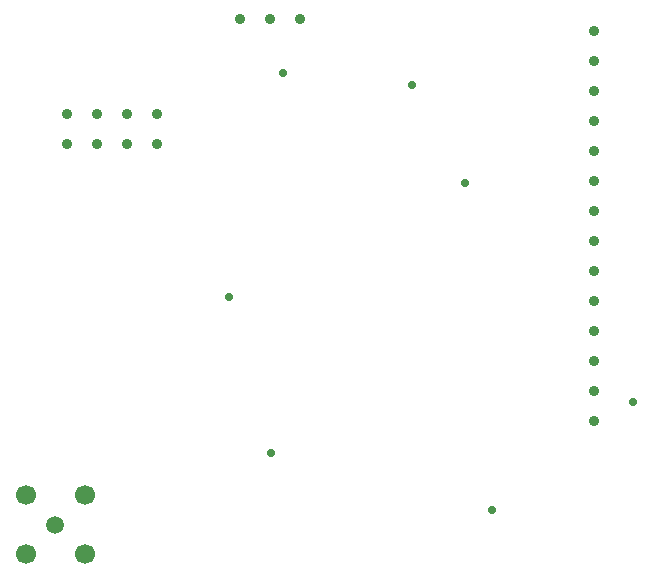
<source format=gbr>
%TF.GenerationSoftware,Altium Limited,Altium Designer,20.1.14 (287)*%
G04 Layer_Color=0*
%FSLAX25Y25*%
%MOIN*%
%TF.SameCoordinates,50D419B3-0610-4842-9EF4-231284EAA126*%
%TF.FilePolarity,Positive*%
%TF.FileFunction,Plated,1,2,PTH,Drill*%
%TF.Part,Single*%
G01*
G75*
%TA.AperFunction,ComponentDrill*%
%ADD22C,0.05906*%
%ADD23C,0.06693*%
%ADD24C,0.03543*%
%ADD25C,0.03543*%
%TA.AperFunction,ViaDrill,NotFilled*%
%ADD26C,0.02800*%
D22*
X27500Y22000D02*
D03*
D23*
X17658Y12157D02*
D03*
X37343Y12157D02*
D03*
X37343Y31842D02*
D03*
X17658Y31842D02*
D03*
D24*
X61500Y159000D02*
D03*
X61500Y149000D02*
D03*
X51500Y159000D02*
D03*
X51500Y149000D02*
D03*
X41500Y159000D02*
D03*
X41500Y149000D02*
D03*
X31500Y159000D02*
D03*
X31500Y149000D02*
D03*
X109000Y190500D02*
D03*
X99000Y190500D02*
D03*
X89000Y190500D02*
D03*
D25*
X207000Y56500D02*
D03*
X207000Y66500D02*
D03*
X207000Y76500D02*
D03*
X207000Y86500D02*
D03*
X207000Y96500D02*
D03*
X207000Y106500D02*
D03*
X207000Y116500D02*
D03*
X207000Y126500D02*
D03*
X207000Y136500D02*
D03*
X207000Y146500D02*
D03*
X207000Y156500D02*
D03*
X207000Y166500D02*
D03*
X207000Y176500D02*
D03*
X207000Y186500D02*
D03*
D26*
X173000Y27000D02*
D03*
X220000Y63000D02*
D03*
X99500Y46000D02*
D03*
X85500Y98000D02*
D03*
X103500Y172500D02*
D03*
X146500Y168500D02*
D03*
X164000Y136000D02*
D03*
%TF.MD5,98a6b0761ed4a367e71453a7e89031e8*%
M02*

</source>
